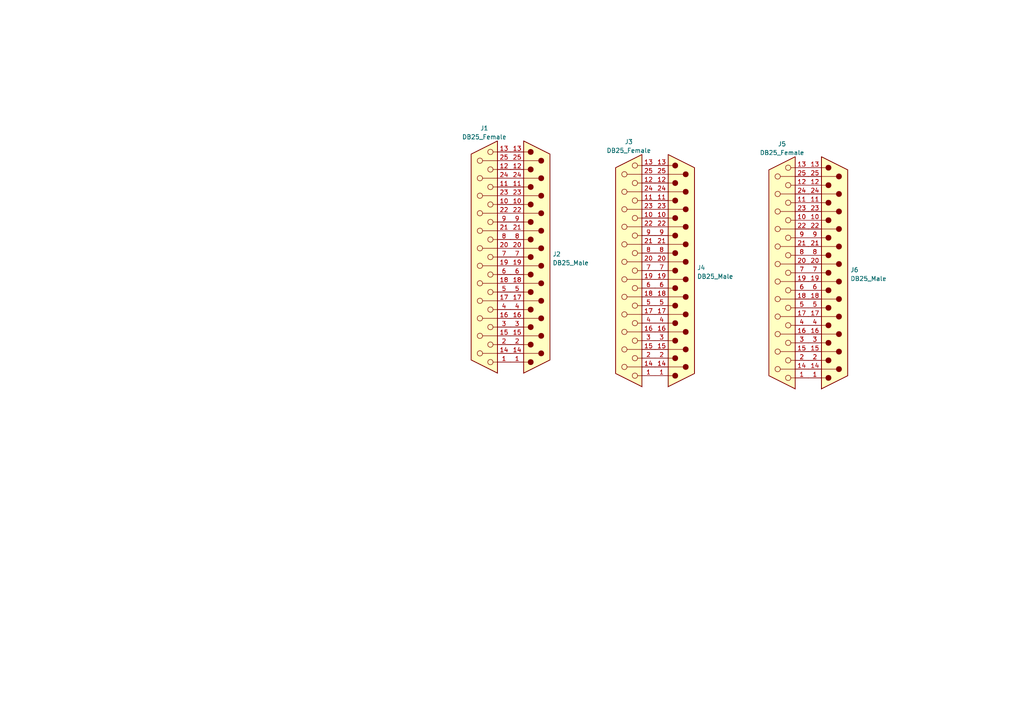
<source format=kicad_sch>
(kicad_sch (version 20211123) (generator eeschema)
  (paper "A4")
  (lib_symbols
    (symbol "Connector:DB25_Female" (pin_names (offset 1.016) hide)
      (property "Reference" "J" (at 0 34.29 0))
      (property "Value" "DB25_Female" (at 0 -34.925 0))
      (symbol "DB25_Female_0_1"
        (circle (center -1.778 -30.48) (radius 0.762))
        (circle (center -1.778 -25.4) (radius 0.762))
        (circle (center -1.778 -20.32) (radius 0.762))
        (circle (center -1.778 -15.24) (radius 0.762))
        (circle (center -1.778 -10.16) (radius 0.762))
        (circle (center -1.778 -5.08) (radius 0.762))
        (circle (center -1.778 0) (radius 0.762))
        (circle (center -1.778 5.08) (radius 0.762))
        (circle (center -1.778 10.16) (radius 0.762))
        (circle (center -1.778 15.24) (radius 0.762))
        (circle (center -1.778 20.32) (radius 0.762))
        (circle (center -1.778 25.4) (radius 0.762))
        (circle (center -1.778 30.48) (radius 0.762))
        (polyline (pts (xy -3.81 -30.48) (xy -2.54 -30.48)))
        (polyline (pts (xy -3.81 -27.94) (xy 0.508 -27.94)))
        (polyline (pts (xy -3.81 -25.4) (xy -2.54 -25.4)))
        (polyline (pts (xy -3.81 -22.86) (xy 0.508 -22.86)))
        (polyline (pts (xy -3.81 -20.32) (xy -2.54 -20.32)))
        (polyline (pts (xy -3.81 -17.78) (xy 0.508 -17.78)))
        (polyline (pts (xy -3.81 -15.24) (xy -2.54 -15.24)))
        (polyline (pts (xy -3.81 -12.7) (xy 0.508 -12.7)))
        (polyline (pts (xy -3.81 -10.16) (xy -2.54 -10.16)))
        (polyline (pts (xy -3.81 -7.62) (xy 0.508 -7.62)))
        (polyline (pts (xy -3.81 -5.08) (xy -2.54 -5.08)))
        (polyline (pts (xy -3.81 -2.54) (xy 0.508 -2.54)))
        (polyline (pts (xy -3.81 0) (xy -2.54 0)))
        (polyline (pts (xy -3.81 2.54) (xy 0.508 2.54)))
        (polyline (pts (xy -3.81 5.08) (xy -2.54 5.08)))
        (polyline (pts (xy -3.81 7.62) (xy 0.508 7.62)))
        (polyline (pts (xy -3.81 10.16) (xy -2.54 10.16)))
        (polyline (pts (xy -3.81 12.7) (xy 0.508 12.7)))
        (polyline (pts (xy -3.81 15.24) (xy -2.54 15.24)))
        (polyline (pts (xy -3.81 17.78) (xy 0.508 17.78)))
        (polyline (pts (xy -3.81 20.32) (xy -2.54 20.32)))
        (polyline (pts (xy -3.81 22.86) (xy 0.508 22.86)))
        (polyline (pts (xy -3.81 25.4) (xy -2.54 25.4)))
        (polyline (pts (xy -3.81 27.94) (xy 0.508 27.94)))
        (polyline (pts (xy -3.81 30.48) (xy -2.54 30.48)))
        (polyline (pts (xy -3.81 33.655) (xy 3.81 29.845) (xy 3.81 -29.845) (xy -3.81 -33.655) (xy -3.81 33.655)) (stroke (width 0.254)) (fill (type background)))
        (circle (center 1.27 -27.94) (radius 0.762))
        (circle (center 1.27 -22.86) (radius 0.762))
        (circle (center 1.27 -17.78) (radius 0.762))
        (circle (center 1.27 -12.7) (radius 0.762))
        (circle (center 1.27 -7.62) (radius 0.762))
        (circle (center 1.27 -2.54) (radius 0.762))
        (circle (center 1.27 2.54) (radius 0.762))
        (circle (center 1.27 7.62) (radius 0.762))
        (circle (center 1.27 12.7) (radius 0.762))
        (circle (center 1.27 17.78) (radius 0.762))
        (circle (center 1.27 22.86) (radius 0.762))
        (circle (center 1.27 27.94) (radius 0.762))
      )
      (symbol "DB25_Female_1_1"
        (pin passive line (at -7.62 30.48 0) (length 3.81) (name "1") (number "1"))
        (pin passive line (at -7.62 -15.24 0) (length 3.81) (name "10") (number "10"))
        (pin passive line (at -7.62 -20.32 0) (length 3.81) (name "11") (number "11"))
        (pin passive line (at -7.62 -25.4 0) (length 3.81) (name "12") (number "12"))
        (pin passive line (at -7.62 -30.48 0) (length 3.81) (name "13") (number "13"))
        (pin passive line (at -7.62 27.94 0) (length 3.81) (name "P14") (number "14"))
        (pin passive line (at -7.62 22.86 0) (length 3.81) (name "P15") (number "15"))
        (pin passive line (at -7.62 17.78 0) (length 3.81) (name "P16") (number "16"))
        (pin passive line (at -7.62 12.7 0) (length 3.81) (name "P17") (number "17"))
        (pin passive line (at -7.62 7.62 0) (length 3.81) (name "P18") (number "18"))
        (pin passive line (at -7.62 2.54 0) (length 3.81) (name "P19") (number "19"))
        (pin passive line (at -7.62 25.4 0) (length 3.81) (name "2") (number "2"))
        (pin passive line (at -7.62 -2.54 0) (length 3.81) (name "P20") (number "20"))
        (pin passive line (at -7.62 -7.62 0) (length 3.81) (name "P21") (number "21"))
        (pin passive line (at -7.62 -12.7 0) (length 3.81) (name "P22") (number "22"))
        (pin passive line (at -7.62 -17.78 0) (length 3.81) (name "P23") (number "23"))
        (pin passive line (at -7.62 -22.86 0) (length 3.81) (name "P24") (number "24"))
        (pin passive line (at -7.62 -27.94 0) (length 3.81) (name "P25") (number "25"))
        (pin passive line (at -7.62 20.32 0) (length 3.81) (name "3") (number "3"))
        (pin passive line (at -7.62 15.24 0) (length 3.81) (name "4") (number "4"))
        (pin passive line (at -7.62 10.16 0) (length 3.81) (name "5") (number "5"))
        (pin passive line (at -7.62 5.08 0) (length 3.81) (name "6") (number "6"))
        (pin passive line (at -7.62 0 0) (length 3.81) (name "7") (number "7"))
        (pin passive line (at -7.62 -5.08 0) (length 3.81) (name "8") (number "8"))
        (pin passive line (at -7.62 -10.16 0) (length 3.81) (name "9") (number "9"))
      )
    )
    (symbol "Connector:DB25_Male" (pin_names (offset 1.016) hide)
      (property "Reference" "J" (at 0 34.29 0))
      (property "Value" "DB25_Male" (at 0 -34.925 0))
      (symbol "DB25_Male_0_1"
        (circle (center -1.778 -30.48) (radius 0.762) (fill (type outline)))
        (circle (center -1.778 -25.4) (radius 0.762) (fill (type outline)))
        (circle (center -1.778 -20.32) (radius 0.762) (fill (type outline)))
        (circle (center -1.778 -15.24) (radius 0.762) (fill (type outline)))
        (circle (center -1.778 -10.16) (radius 0.762) (fill (type outline)))
        (circle (center -1.778 -5.08) (radius 0.762) (fill (type outline)))
        (circle (center -1.778 0) (radius 0.762) (fill (type outline)))
        (circle (center -1.778 5.08) (radius 0.762) (fill (type outline)))
        (circle (center -1.778 10.16) (radius 0.762) (fill (type outline)))
        (circle (center -1.778 15.24) (radius 0.762) (fill (type outline)))
        (circle (center -1.778 20.32) (radius 0.762) (fill (type outline)))
        (circle (center -1.778 25.4) (radius 0.762) (fill (type outline)))
        (circle (center -1.778 30.48) (radius 0.762) (fill (type outline)))
        (polyline (pts (xy -3.81 -30.48) (xy -2.54 -30.48)))
        (polyline (pts (xy -3.81 -27.94) (xy 0.508 -27.94)))
        (polyline (pts (xy -3.81 -25.4) (xy -2.54 -25.4)))
        (polyline (pts (xy -3.81 -22.86) (xy 0.508 -22.86)))
        (polyline (pts (xy -3.81 -20.32) (xy -2.54 -20.32)))
        (polyline (pts (xy -3.81 -17.78) (xy 0.508 -17.78)))
        (polyline (pts (xy -3.81 -15.24) (xy -2.54 -15.24)))
        (polyline (pts (xy -3.81 -12.7) (xy 0.508 -12.7)))
        (polyline (pts (xy -3.81 -10.16) (xy -2.54 -10.16)))
        (polyline (pts (xy -3.81 -7.62) (xy 0.508 -7.62)))
        (polyline (pts (xy -3.81 -5.08) (xy -2.54 -5.08)))
        (polyline (pts (xy -3.81 -2.54) (xy 0.508 -2.54)))
        (polyline (pts (xy -3.81 0) (xy -2.54 0)))
        (polyline (pts (xy -3.81 2.54) (xy 0.508 2.54)))
        (polyline (pts (xy -3.81 5.08) (xy -2.54 5.08)))
        (polyline (pts (xy -3.81 7.62) (xy 0.508 7.62)))
        (polyline (pts (xy -3.81 10.16) (xy -2.54 10.16)))
        (polyline (pts (xy -3.81 12.7) (xy 0.508 12.7)))
        (polyline (pts (xy -3.81 15.24) (xy -2.54 15.24)))
        (polyline (pts (xy -3.81 17.78) (xy 0.508 17.78)))
        (polyline (pts (xy -3.81 20.32) (xy -2.54 20.32)))
        (polyline (pts (xy -3.81 22.86) (xy 0.508 22.86)))
        (polyline (pts (xy -3.81 25.4) (xy -2.54 25.4)))
        (polyline (pts (xy -3.81 27.94) (xy 0.508 27.94)))
        (polyline (pts (xy -3.81 30.48) (xy -2.54 30.48)))
        (polyline (pts (xy -3.81 -33.655) (xy 3.81 -29.845) (xy 3.81 29.845) (xy -3.81 33.655) (xy -3.81 -33.655)) (stroke (width 0.254)) (fill (type background)))
        (circle (center 1.27 -27.94) (radius 0.762) (fill (type outline)))
        (circle (center 1.27 -22.86) (radius 0.762) (fill (type outline)))
        (circle (center 1.27 -17.78) (radius 0.762) (fill (type outline)))
        (circle (center 1.27 -12.7) (radius 0.762) (fill (type outline)))
        (circle (center 1.27 -7.62) (radius 0.762) (fill (type outline)))
        (circle (center 1.27 -2.54) (radius 0.762) (fill (type outline)))
        (circle (center 1.27 2.54) (radius 0.762) (fill (type outline)))
        (circle (center 1.27 7.62) (radius 0.762) (fill (type outline)))
        (circle (center 1.27 12.7) (radius 0.762) (fill (type outline)))
        (circle (center 1.27 17.78) (radius 0.762) (fill (type outline)))
        (circle (center 1.27 22.86) (radius 0.762) (fill (type outline)))
        (circle (center 1.27 27.94) (radius 0.762) (fill (type outline)))
      )
      (symbol "DB25_Male_1_1"
        (pin passive line (at -7.62 -30.48 0) (length 3.81) (name "1") (number "1"))
        (pin passive line (at -7.62 15.24 0) (length 3.81) (name "10") (number "10"))
        (pin passive line (at -7.62 20.32 0) (length 3.81) (name "11") (number "11"))
        (pin passive line (at -7.62 25.4 0) (length 3.81) (name "12") (number "12"))
        (pin passive line (at -7.62 30.48 0) (length 3.81) (name "13") (number "13"))
        (pin passive line (at -7.62 -27.94 0) (length 3.81) (name "P14") (number "14"))
        (pin passive line (at -7.62 -22.86 0) (length 3.81) (name "P15") (number "15"))
        (pin passive line (at -7.62 -17.78 0) (length 3.81) (name "P16") (number "16"))
        (pin passive line (at -7.62 -12.7 0) (length 3.81) (name "P17") (number "17"))
        (pin passive line (at -7.62 -7.62 0) (length 3.81) (name "P18") (number "18"))
        (pin passive line (at -7.62 -2.54 0) (length 3.81) (name "P19") (number "19"))
        (pin passive line (at -7.62 -25.4 0) (length 3.81) (name "2") (number "2"))
        (pin passive line (at -7.62 2.54 0) (length 3.81) (name "P20") (number "20"))
        (pin passive line (at -7.62 7.62 0) (length 3.81) (name "P21") (number "21"))
        (pin passive line (at -7.62 12.7 0) (length 3.81) (name "P22") (number "22"))
        (pin passive line (at -7.62 17.78 0) (length 3.81) (name "P23") (number "23"))
        (pin passive line (at -7.62 22.86 0) (length 3.81) (name "P24") (number "24"))
        (pin passive line (at -7.62 27.94 0) (length 3.81) (name "P25") (number "25"))
        (pin passive line (at -7.62 -20.32 0) (length 3.81) (name "3") (number "3"))
        (pin passive line (at -7.62 -15.24 0) (length 3.81) (name "4") (number "4"))
        (pin passive line (at -7.62 -10.16 0) (length 3.81) (name "5") (number "5"))
        (pin passive line (at -7.62 -5.08 0) (length 3.81) (name "6") (number "6"))
        (pin passive line (at -7.62 0 0) (length 3.81) (name "7") (number "7"))
        (pin passive line (at -7.62 5.08 0) (length 3.81) (name "8") (number "8"))
        (pin passive line (at -7.62 10.16 0) (length 3.81) (name "9") (number "9"))
      )
    )
  )
  (symbol (lib_id "Connector:DB25_Male") (at 197.612 78.486 0) (unit 1)
    (property "Reference" "J4" (at 202.184 77.6513 0) (effects (justify left)))
    (property "Value" "DB25_Male" (at 202.184 80.1882 0) (effects (justify left)))
    (property "Footprint" "0_MicroD_to_Dsub:NORCOMP_380-025-113L001" (effects hide))
    (property "Datasheet" " ~" (effects hide))
  )
  (symbol (lib_id "Connector:DB25_Male") (at 155.702 74.549 0) (unit 1)
    (property "Reference" "J2" (at 160.274 73.7143 0) (effects (justify left)))
    (property "Value" "DB25_Male" (at 160.274 76.2512 0) (effects (justify left)))
    (property "Footprint" "0_MicroD_to_Dsub:NORCOMP_380-025-113L001" (effects hide))
    (property "Datasheet" " ~" (effects hide))
  )
  (symbol (lib_id "Connector:DB25_Female") (at 226.822 79.121 180) (unit 1)
    (property "Reference" "J5" (at 226.822 41.7662 0))
    (property "Value" "DB25_Female" (at 226.822 44.3031 0))
    (property "Footprint" "Connector_Dsub:DSUB-25_Female_Vertical_P2.77x2.84mm" (effects hide))
    (property "Datasheet" " ~" (effects hide))
  )
  (symbol (lib_id "Connector:DB25_Male") (at 242.062 79.121 0) (unit 1)
    (property "Reference" "J6" (at 246.634 78.2863 0) (effects (justify left)))
    (property "Value" "DB25_Male" (at 246.634 80.8232 0) (effects (justify left)))
    (property "Footprint" "0_MicroD_to_Dsub:NORCOMP_380-025-113L001" (effects hide))
    (property "Datasheet" " ~" (effects hide))
  )
  (symbol (lib_id "Connector:DB25_Female") (at 140.462 74.549 180) (unit 1)
    (property "Reference" "J1" (at 140.462 37.1942 0))
    (property "Value" "DB25_Female" (at 140.462 39.7311 0))
    (property "Footprint" "Connector_Dsub:DSUB-25_Female_Vertical_P2.77x2.84mm" (effects hide))
    (property "Datasheet" " ~" (effects hide))
  )
  (symbol (lib_id "Connector:DB25_Female") (at 182.372 78.486 180) (unit 1)
    (property "Reference" "J3" (at 182.372 41.1312 0))
    (property "Value" "DB25_Female" (at 182.372 43.6681 0))
    (property "Footprint" "Connector_Dsub:DSUB-25_Female_Vertical_P2.77x2.84mm" (effects hide))
    (property "Datasheet" " ~" (effects hide))
  )
)
</source>
